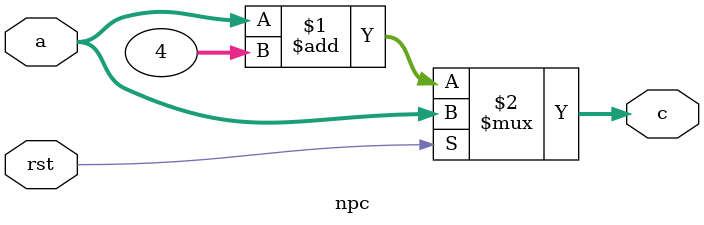
<source format=v>
`timescale 1ns / 1ps


module npc(
   input [31:0]a,
   input rst,
   output [31:0]c
); 
   assign c=(rst)?a:a+4;
endmodule

</source>
